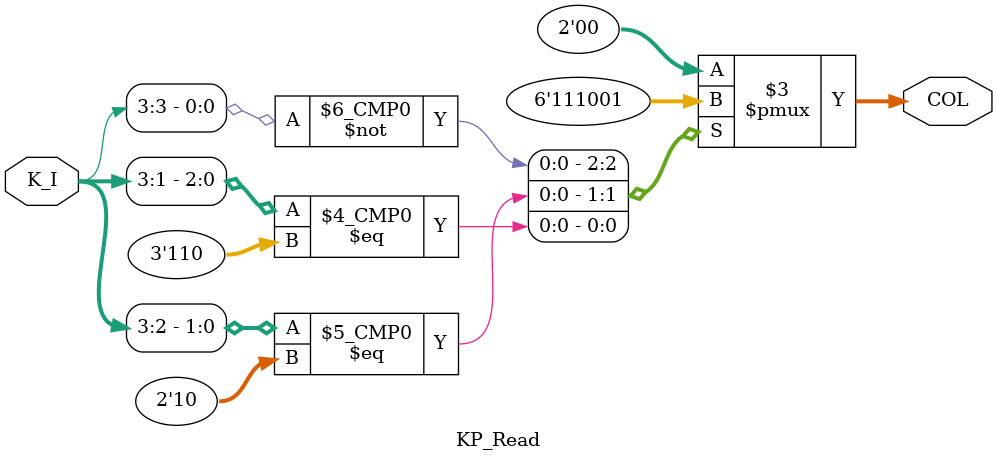
<source format=v>

module KP_Read(
	input		[3:0]	K_I,
	output	reg	[1:0]	COL
);
always@(K_I)
begin
	casex(K_I)
		4'b0XXX:COL = 3;
		4'b10XX:COL = 2;
		4'b110X:COL = 1;
		default:COL = 0;
		//we don't really care about an all 1 case because
		//we don't look at this until ena goes high(meaning &K_I was low)
	endcase
end

endmodule

</source>
